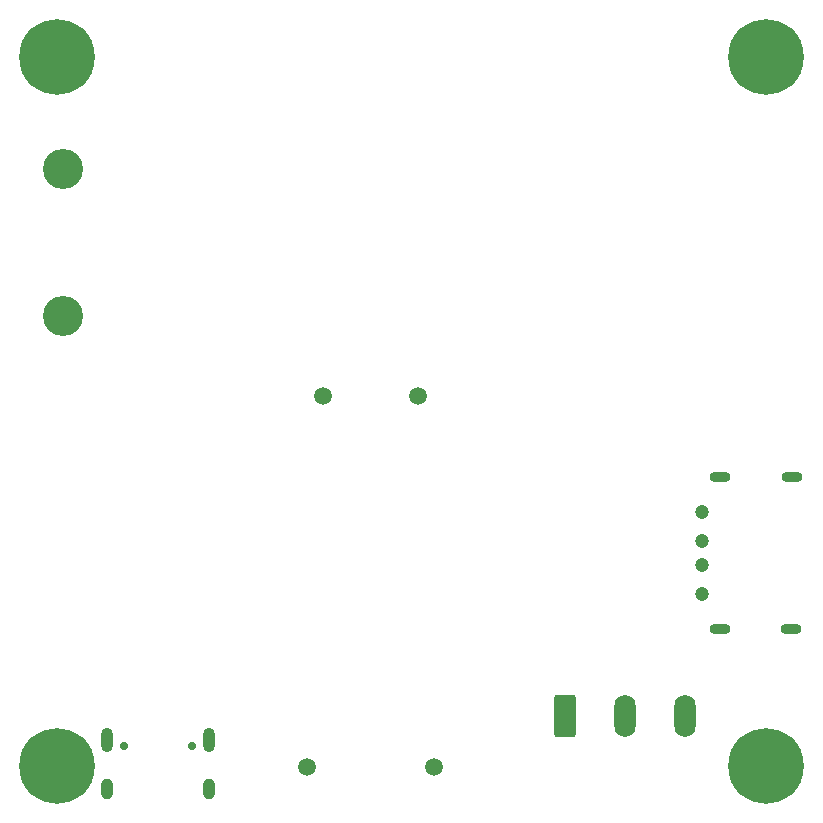
<source format=gbr>
%TF.GenerationSoftware,KiCad,Pcbnew,8.0.3-8.0.3-0~ubuntu22.04.1*%
%TF.CreationDate,2024-07-03T09:26:59+02:00*%
%TF.ProjectId,FabOS_MB,4661624f-535f-44d4-922e-6b696361645f,rev?*%
%TF.SameCoordinates,Original*%
%TF.FileFunction,Soldermask,Bot*%
%TF.FilePolarity,Negative*%
%FSLAX46Y46*%
G04 Gerber Fmt 4.6, Leading zero omitted, Abs format (unit mm)*
G04 Created by KiCad (PCBNEW 8.0.3-8.0.3-0~ubuntu22.04.1) date 2024-07-03 09:26:59*
%MOMM*%
%LPD*%
G01*
G04 APERTURE LIST*
G04 Aperture macros list*
%AMRoundRect*
0 Rectangle with rounded corners*
0 $1 Rounding radius*
0 $2 $3 $4 $5 $6 $7 $8 $9 X,Y pos of 4 corners*
0 Add a 4 corners polygon primitive as box body*
4,1,4,$2,$3,$4,$5,$6,$7,$8,$9,$2,$3,0*
0 Add four circle primitives for the rounded corners*
1,1,$1+$1,$2,$3*
1,1,$1+$1,$4,$5*
1,1,$1+$1,$6,$7*
1,1,$1+$1,$8,$9*
0 Add four rect primitives between the rounded corners*
20,1,$1+$1,$2,$3,$4,$5,0*
20,1,$1+$1,$4,$5,$6,$7,0*
20,1,$1+$1,$6,$7,$8,$9,0*
20,1,$1+$1,$8,$9,$2,$3,0*%
G04 Aperture macros list end*
%ADD10RoundRect,0.250000X-0.650000X-1.550000X0.650000X-1.550000X0.650000X1.550000X-0.650000X1.550000X0*%
%ADD11O,1.800000X3.600000*%
%ADD12C,0.800000*%
%ADD13C,6.400000*%
%ADD14C,1.200000*%
%ADD15O,1.800000X0.900000*%
%ADD16C,1.500000*%
%ADD17C,3.400000*%
%ADD18C,0.700000*%
%ADD19O,1.000000X2.100000*%
%ADD20O,1.000000X1.800000*%
G04 APERTURE END LIST*
D10*
%TO.C,e501*%
X143000000Y-155800000D03*
D11*
X148080000Y-155800000D03*
X153160000Y-155800000D03*
%TD*%
D12*
%TO.C,H102*%
X157600000Y-100000000D03*
X158302944Y-98302944D03*
X158302944Y-101697056D03*
X160000000Y-97600000D03*
D13*
X160000000Y-100000000D03*
D12*
X160000000Y-102400000D03*
X161697056Y-98302944D03*
X161697056Y-101697056D03*
X162400000Y-100000000D03*
%TD*%
D14*
%TO.C,J201*%
X154600000Y-138500000D03*
X154600000Y-141000000D03*
X154600000Y-143000000D03*
X154600000Y-145500000D03*
D15*
X156100000Y-148400000D03*
X162100000Y-148400000D03*
X156100000Y-135600000D03*
X162200000Y-135600000D03*
%TD*%
D12*
%TO.C,H103*%
X157600000Y-160000000D03*
X158302944Y-158302944D03*
X158302944Y-161697056D03*
X160000000Y-157600000D03*
D13*
X160000000Y-160000000D03*
D12*
X160000000Y-162400000D03*
X161697056Y-158302944D03*
X161697056Y-161697056D03*
X162400000Y-160000000D03*
%TD*%
D16*
%TO.C,U501*%
X131850000Y-160100000D03*
X121150000Y-160100000D03*
X122500000Y-128700000D03*
X130500000Y-128700000D03*
%TD*%
D17*
%TO.C,J301*%
X100500000Y-109450000D03*
X100500000Y-121950000D03*
%TD*%
D12*
%TO.C,H104*%
X97600000Y-160000000D03*
X98302944Y-158302944D03*
X98302944Y-161697056D03*
X100000000Y-157600000D03*
D13*
X100000000Y-160000000D03*
D12*
X100000000Y-162400000D03*
X101697056Y-158302944D03*
X101697056Y-161697056D03*
X102400000Y-160000000D03*
%TD*%
D18*
%TO.C,J401*%
X105610000Y-158320000D03*
X111390000Y-158320000D03*
D19*
X104180000Y-157820000D03*
D20*
X104180000Y-162000000D03*
D19*
X112820000Y-157820000D03*
D20*
X112820000Y-162000000D03*
%TD*%
D12*
%TO.C,H101*%
X97600000Y-100000000D03*
X98302944Y-98302944D03*
X98302944Y-101697056D03*
X100000000Y-97600000D03*
D13*
X100000000Y-100000000D03*
D12*
X100000000Y-102400000D03*
X101697056Y-98302944D03*
X101697056Y-101697056D03*
X102400000Y-100000000D03*
%TD*%
M02*

</source>
